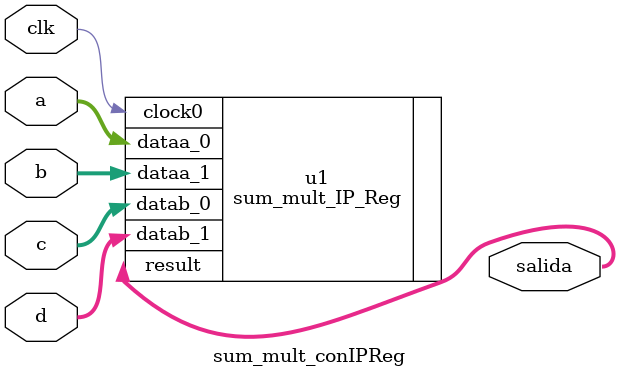
<source format=v>
module sum_mult_conIPReg (
    input [3:0] a,b,c,d,
    input clk,
    output [7:0] salida
);
    sum_mult_IP_Reg u1(
        .dataa_0(a),
        .dataa_1(b),
        .datab_0(c),
        .datab_1(d),
        .clock0(clk),
        .result(salida)
    );
    
endmodule
</source>
